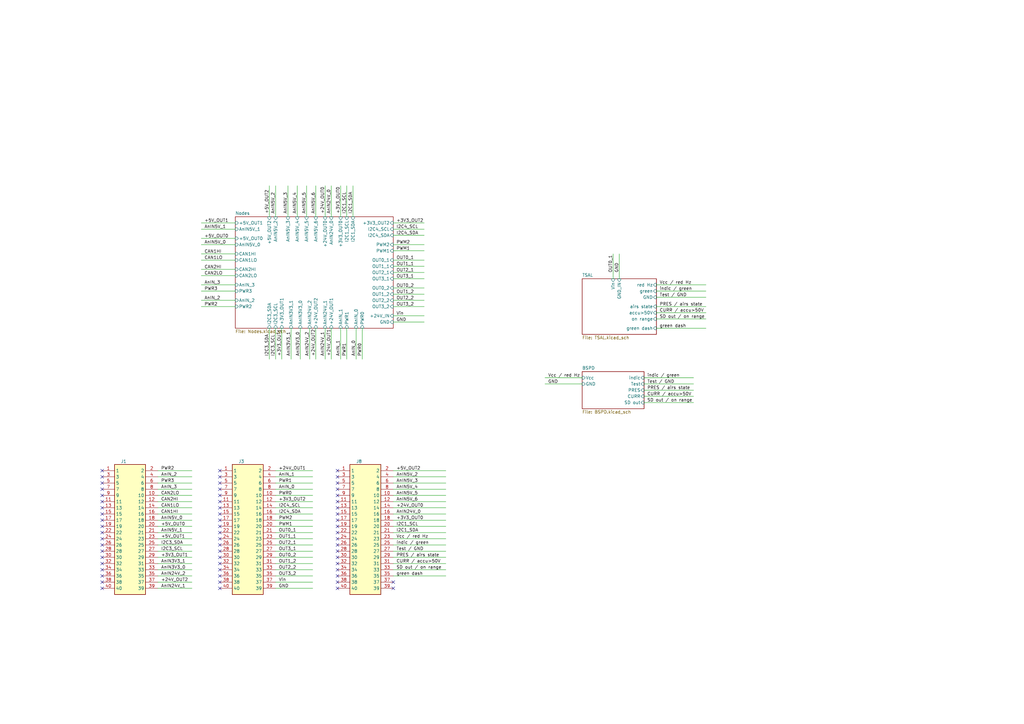
<source format=kicad_sch>
(kicad_sch (version 20231120) (generator "eeschema") (generator_version "8.0")
  (paper "A3")
  (lib_symbols
    (symbol "1706013:1706013"
      (property "Reference" "J" (at 19.05 7.62 0))
      (property "Value" "1706013" (at 19.05 5.08 0))
      (symbol "1706013_1_1"
        (rectangle (start 5.08 2.54) (end 17.78 -50.8) (stroke (width 0.254)) (fill (type background)))
        (pin passive line (at 0 0 0) (length 5.08) (name "1") (number "1"))
        (pin passive line (at 22.86 -10.16 180) (length 5.08) (name "10") (number "10"))
        (pin passive line (at 0 -12.7 0) (length 5.08) (name "11") (number "11"))
        (pin passive line (at 22.86 -12.7 180) (length 5.08) (name "12") (number "12"))
        (pin passive line (at 0 -15.24 0) (length 5.08) (name "13") (number "13"))
        (pin passive line (at 22.86 -15.24 180) (length 5.08) (name "14") (number "14"))
        (pin passive line (at 0 -17.78 0) (length 5.08) (name "15") (number "15"))
        (pin passive line (at 22.86 -17.78 180) (length 5.08) (name "16") (number "16"))
        (pin passive line (at 0 -20.32 0) (length 5.08) (name "17") (number "17"))
        (pin passive line (at 22.86 -20.32 180) (length 5.08) (name "18") (number "18"))
        (pin passive line (at 0 -22.86 0) (length 5.08) (name "19") (number "19"))
        (pin passive line (at 22.86 0 180) (length 5.08) (name "2") (number "2"))
        (pin passive line (at 22.86 -22.86 180) (length 5.08) (name "20") (number "20"))
        (pin passive line (at 22.86 -25.4 180) (length 5.08) (name "21") (number "21"))
        (pin passive line (at 0 -25.4 0) (length 5.08) (name "22") (number "22"))
        (pin passive line (at 22.86 -27.94 180) (length 5.08) (name "23") (number "23"))
        (pin passive line (at 0 -27.94 0) (length 5.08) (name "24") (number "24"))
        (pin passive line (at 22.86 -30.48 180) (length 5.08) (name "25") (number "25"))
        (pin passive line (at 0 -30.48 0) (length 5.08) (name "26") (number "26"))
        (pin passive line (at 22.86 -33.02 180) (length 5.08) (name "27") (number "27"))
        (pin passive line (at 0 -33.02 0) (length 5.08) (name "28") (number "28"))
        (pin passive line (at 22.86 -35.56 180) (length 5.08) (name "29") (number "29"))
        (pin passive line (at 0 -2.54 0) (length 5.08) (name "3") (number "3"))
        (pin passive line (at 0 -35.56 0) (length 5.08) (name "30") (number "30"))
        (pin passive line (at 22.86 -38.1 180) (length 5.08) (name "31") (number "31"))
        (pin passive line (at 0 -38.1 0) (length 5.08) (name "32") (number "32"))
        (pin passive line (at 22.86 -40.64 180) (length 5.08) (name "33") (number "33"))
        (pin passive line (at 0 -40.64 0) (length 5.08) (name "34") (number "34"))
        (pin passive line (at 22.86 -43.18 180) (length 5.08) (name "35") (number "35"))
        (pin passive line (at 0 -43.18 0) (length 5.08) (name "36") (number "36"))
        (pin passive line (at 22.86 -45.72 180) (length 5.08) (name "37") (number "37"))
        (pin passive line (at 0 -45.72 0) (length 5.08) (name "38") (number "38"))
        (pin passive line (at 22.86 -48.26 180) (length 5.08) (name "39") (number "39"))
        (pin passive line (at 22.86 -2.54 180) (length 5.08) (name "4") (number "4"))
        (pin passive line (at 0 -48.26 0) (length 5.08) (name "40") (number "40"))
        (pin passive line (at 0 -5.08 0) (length 5.08) (name "5") (number "5"))
        (pin passive line (at 22.86 -5.08 180) (length 5.08) (name "6") (number "6"))
        (pin passive line (at 0 -7.62 0) (length 5.08) (name "7") (number "7"))
        (pin passive line (at 22.86 -7.62 180) (length 5.08) (name "8") (number "8"))
        (pin passive line (at 0 -10.16 0) (length 5.08) (name "9") (number "9"))
      )
    )
  )
  (no_connect (at 138.43 205.74))
  (no_connect (at 90.17 200.66))
  (no_connect (at 90.17 210.82))
  (no_connect (at 90.17 228.6))
  (no_connect (at 138.43 236.22))
  (no_connect (at 90.17 236.22))
  (no_connect (at 41.91 213.36))
  (no_connect (at 138.43 213.36))
  (no_connect (at 41.91 210.82))
  (no_connect (at 138.43 231.14))
  (no_connect (at 41.91 238.76))
  (no_connect (at 41.91 208.28))
  (no_connect (at 138.43 223.52))
  (no_connect (at 138.43 226.06))
  (no_connect (at 138.43 238.76))
  (no_connect (at 138.43 233.68))
  (no_connect (at 138.43 203.2))
  (no_connect (at 41.91 233.68))
  (no_connect (at 41.91 193.04))
  (no_connect (at 138.43 210.82))
  (no_connect (at 138.43 200.66))
  (no_connect (at 41.91 200.66))
  (no_connect (at 41.91 205.74))
  (no_connect (at 90.17 195.58))
  (no_connect (at 90.17 223.52))
  (no_connect (at 41.91 236.22))
  (no_connect (at 138.43 215.9))
  (no_connect (at 90.17 203.2))
  (no_connect (at 90.17 205.74))
  (no_connect (at 41.91 215.9))
  (no_connect (at 41.91 218.44))
  (no_connect (at 90.17 231.14))
  (no_connect (at 138.43 193.04))
  (no_connect (at 90.17 226.06))
  (no_connect (at 138.43 220.98))
  (no_connect (at 41.91 220.98))
  (no_connect (at 41.91 228.6))
  (no_connect (at 138.43 228.6))
  (no_connect (at 41.91 203.2))
  (no_connect (at 90.17 208.28))
  (no_connect (at 41.91 241.3))
  (no_connect (at 161.29 238.76))
  (no_connect (at 138.43 241.3))
  (no_connect (at 138.43 198.12))
  (no_connect (at 41.91 231.14))
  (no_connect (at 41.91 226.06))
  (no_connect (at 41.91 195.58))
  (no_connect (at 41.91 223.52))
  (no_connect (at 90.17 220.98))
  (no_connect (at 90.17 215.9))
  (no_connect (at 41.91 198.12))
  (no_connect (at 90.17 233.68))
  (no_connect (at 90.17 241.3))
  (no_connect (at 90.17 213.36))
  (no_connect (at 138.43 195.58))
  (no_connect (at 90.17 238.76))
  (no_connect (at 138.43 208.28))
  (no_connect (at 138.43 218.44))
  (no_connect (at 161.29 241.3))
  (no_connect (at 90.17 198.12))
  (no_connect (at 90.17 218.44))
  (no_connect (at 90.17 193.04))
  (wire (pts (xy 113.03 223.52) (xy 128.27 223.52)))
  (wire (pts (xy 161.29 208.28) (xy 182.88 208.28)))
  (wire (pts (xy 82.55 110.49) (xy 96.52 110.49)))
  (wire (pts (xy 264.16 165.1) (xy 284.48 165.1)))
  (wire (pts (xy 254 104.14) (xy 254 114.3)))
  (wire (pts (xy 82.55 116.84) (xy 96.52 116.84)))
  (wire (pts (xy 82.55 119.38) (xy 96.52 119.38)))
  (wire (pts (xy 115.57 134.62) (xy 115.57 147.32)))
  (wire (pts (xy 161.29 102.87) (xy 173.99 102.87)))
  (wire (pts (xy 161.29 223.52) (xy 182.88 223.52)))
  (wire (pts (xy 161.29 231.14) (xy 182.88 231.14)))
  (wire (pts (xy 113.03 228.6) (xy 128.27 228.6)))
  (wire (pts (xy 82.55 104.14) (xy 96.52 104.14)))
  (wire (pts (xy 113.03 198.12) (xy 128.27 198.12)))
  (wire (pts (xy 110.49 134.62) (xy 110.49 147.32)))
  (wire (pts (xy 64.77 226.06) (xy 78.74 226.06)))
  (wire (pts (xy 223.52 154.94) (xy 238.76 154.94)))
  (wire (pts (xy 161.29 195.58) (xy 182.88 195.58)))
  (wire (pts (xy 133.35 134.62) (xy 133.35 147.32)))
  (wire (pts (xy 129.54 76.2) (xy 129.54 88.9)))
  (wire (pts (xy 82.55 91.44) (xy 96.52 91.44)))
  (wire (pts (xy 64.77 236.22) (xy 78.74 236.22)))
  (wire (pts (xy 269.24 130.81) (xy 289.56 130.81)))
  (wire (pts (xy 113.03 213.36) (xy 128.27 213.36)))
  (wire (pts (xy 64.77 210.82) (xy 78.74 210.82)))
  (wire (pts (xy 142.24 76.2) (xy 142.24 88.9)))
  (wire (pts (xy 110.49 76.2) (xy 110.49 88.9)))
  (wire (pts (xy 161.29 123.19) (xy 173.99 123.19)))
  (wire (pts (xy 161.29 233.68) (xy 182.88 233.68)))
  (wire (pts (xy 113.03 210.82) (xy 128.27 210.82)))
  (wire (pts (xy 113.03 220.98) (xy 128.27 220.98)))
  (wire (pts (xy 161.29 129.54) (xy 173.99 129.54)))
  (wire (pts (xy 64.77 228.6) (xy 78.74 228.6)))
  (wire (pts (xy 161.29 109.22) (xy 173.99 109.22)))
  (wire (pts (xy 64.77 205.74) (xy 78.74 205.74)))
  (wire (pts (xy 113.03 195.58) (xy 128.27 195.58)))
  (wire (pts (xy 135.89 76.2) (xy 135.89 88.9)))
  (wire (pts (xy 139.7 134.62) (xy 139.7 147.32)))
  (wire (pts (xy 161.29 200.66) (xy 182.88 200.66)))
  (wire (pts (xy 113.03 193.04) (xy 128.27 193.04)))
  (wire (pts (xy 82.55 93.98) (xy 96.52 93.98)))
  (wire (pts (xy 161.29 220.98) (xy 182.88 220.98)))
  (wire (pts (xy 64.77 218.44) (xy 78.74 218.44)))
  (wire (pts (xy 113.03 218.44) (xy 128.27 218.44)))
  (wire (pts (xy 161.29 228.6) (xy 182.88 228.6)))
  (wire (pts (xy 135.89 134.62) (xy 135.89 147.32)))
  (wire (pts (xy 64.77 215.9) (xy 78.74 215.9)))
  (wire (pts (xy 82.55 123.19) (xy 96.52 123.19)))
  (wire (pts (xy 269.24 125.73) (xy 289.56 125.73)))
  (wire (pts (xy 161.29 236.22) (xy 182.88 236.22)))
  (wire (pts (xy 118.11 76.2) (xy 118.11 88.9)))
  (wire (pts (xy 113.03 233.68) (xy 128.27 233.68)))
  (wire (pts (xy 264.16 160.02) (xy 284.48 160.02)))
  (wire (pts (xy 133.35 76.2) (xy 133.35 88.9)))
  (wire (pts (xy 113.03 134.62) (xy 113.03 147.32)))
  (wire (pts (xy 161.29 198.12) (xy 182.88 198.12)))
  (wire (pts (xy 127 134.62) (xy 127 147.32)))
  (wire (pts (xy 129.54 134.62) (xy 129.54 147.32)))
  (wire (pts (xy 139.7 76.2) (xy 139.7 88.9)))
  (wire (pts (xy 161.29 218.44) (xy 182.88 218.44)))
  (wire (pts (xy 264.16 157.48) (xy 284.48 157.48)))
  (wire (pts (xy 161.29 215.9) (xy 182.88 215.9)))
  (wire (pts (xy 82.55 125.73) (xy 96.52 125.73)))
  (wire (pts (xy 161.29 96.52) (xy 173.99 96.52)))
  (wire (pts (xy 269.24 116.84) (xy 289.56 116.84)))
  (wire (pts (xy 269.24 134.62) (xy 289.56 134.62)))
  (wire (pts (xy 64.77 220.98) (xy 78.74 220.98)))
  (wire (pts (xy 113.03 200.66) (xy 128.27 200.66)))
  (wire (pts (xy 64.77 238.76) (xy 78.74 238.76)))
  (wire (pts (xy 161.29 118.11) (xy 173.99 118.11)))
  (wire (pts (xy 113.03 231.14) (xy 128.27 231.14)))
  (wire (pts (xy 269.24 121.92) (xy 289.56 121.92)))
  (wire (pts (xy 113.03 203.2) (xy 128.27 203.2)))
  (wire (pts (xy 64.77 193.04) (xy 78.74 193.04)))
  (wire (pts (xy 64.77 195.58) (xy 78.74 195.58)))
  (wire (pts (xy 161.29 100.33) (xy 173.99 100.33)))
  (wire (pts (xy 161.29 91.44) (xy 173.99 91.44)))
  (wire (pts (xy 161.29 213.36) (xy 182.88 213.36)))
  (wire (pts (xy 269.24 128.27) (xy 289.56 128.27)))
  (wire (pts (xy 123.19 134.62) (xy 123.19 147.32)))
  (wire (pts (xy 144.78 76.2) (xy 144.78 88.9)))
  (wire (pts (xy 64.77 200.66) (xy 78.74 200.66)))
  (wire (pts (xy 113.03 205.74) (xy 128.27 205.74)))
  (wire (pts (xy 82.55 100.33) (xy 96.52 100.33)))
  (wire (pts (xy 64.77 203.2) (xy 78.74 203.2)))
  (wire (pts (xy 161.29 193.04) (xy 182.88 193.04)))
  (wire (pts (xy 251.46 104.14) (xy 251.46 114.3)))
  (wire (pts (xy 82.55 113.03) (xy 96.52 113.03)))
  (wire (pts (xy 113.03 208.28) (xy 128.27 208.28)))
  (wire (pts (xy 269.24 119.38) (xy 289.56 119.38)))
  (wire (pts (xy 161.29 120.65) (xy 173.99 120.65)))
  (wire (pts (xy 264.16 162.56) (xy 284.48 162.56)))
  (wire (pts (xy 161.29 132.08) (xy 173.99 132.08)))
  (wire (pts (xy 64.77 208.28) (xy 78.74 208.28)))
  (wire (pts (xy 64.77 223.52) (xy 78.74 223.52)))
  (wire (pts (xy 223.52 157.48) (xy 238.76 157.48)))
  (wire (pts (xy 64.77 198.12) (xy 78.74 198.12)))
  (wire (pts (xy 64.77 213.36) (xy 78.74 213.36)))
  (wire (pts (xy 148.59 134.62) (xy 148.59 147.32)))
  (wire (pts (xy 82.55 106.68) (xy 96.52 106.68)))
  (wire (pts (xy 161.29 114.3) (xy 173.99 114.3)))
  (wire (pts (xy 64.77 231.14) (xy 78.74 231.14)))
  (wire (pts (xy 146.05 134.62) (xy 146.05 147.32)))
  (wire (pts (xy 119.38 134.62) (xy 119.38 147.32)))
  (wire (pts (xy 125.73 76.2) (xy 125.73 88.9)))
  (wire (pts (xy 113.03 241.3) (xy 128.27 241.3)))
  (wire (pts (xy 113.03 236.22) (xy 128.27 236.22)))
  (wire (pts (xy 161.29 205.74) (xy 182.88 205.74)))
  (wire (pts (xy 113.03 215.9) (xy 128.27 215.9)))
  (wire (pts (xy 113.03 226.06) (xy 128.27 226.06)))
  (wire (pts (xy 161.29 106.68) (xy 173.99 106.68)))
  (wire (pts (xy 121.92 76.2) (xy 121.92 88.9)))
  (wire (pts (xy 113.03 76.2) (xy 113.03 88.9)))
  (wire (pts (xy 142.24 134.62) (xy 142.24 147.32)))
  (wire (pts (xy 82.55 97.79) (xy 96.52 97.79)))
  (wire (pts (xy 113.03 238.76) (xy 128.27 238.76)))
  (wire (pts (xy 161.29 93.98) (xy 173.99 93.98)))
  (wire (pts (xy 161.29 111.76) (xy 173.99 111.76)))
  (wire (pts (xy 161.29 203.2) (xy 182.88 203.2)))
  (wire (pts (xy 161.29 125.73) (xy 173.99 125.73)))
  (wire (pts (xy 264.16 154.94) (xy 284.48 154.94)))
  (wire (pts (xy 161.29 226.06) (xy 182.88 226.06)))
  (wire (pts (xy 64.77 241.3) (xy 78.74 241.3)))
  (wire (pts (xy 64.77 233.68) (xy 78.74 233.68)))
  (wire (pts (xy 161.29 210.82) (xy 182.88 210.82)))
  (label "I2C4_SCL" (at 114.3 208.28 0))
  (label "Vin" (at 162.56 129.54 0))
  (label "AnIN3V3_1" (at 66.04 231.14 0))
  (label "CAN1LO" (at 66.04 208.28 0))
  (label "+5V_OUT2" (at 162.56 193.04 0))
  (label "CAN2LO" (at 83.82 113.03 0))
  (label "+24V_OUT2" (at 66.04 238.76 0))
  (label "OUT2_1" (at 162.56 111.76 0))
  (label "OUT3_2" (at 162.56 125.73 0))
  (label "+5V_OUT1" (at 66.04 220.98 0))
  (label "I2C4_SDA" (at 114.3 210.82 0))
  (label "PWR1" (at 142.24 146.05 90))
  (label "SD out {slash} on range" (at 162.56 233.68 0))
  (label "GND" (at 114.3 241.3 0))
  (label "+5V_OUT0" (at 66.04 215.9 0))
  (label "AnIN5V_6" (at 162.56 205.74 0))
  (label "PWR0" (at 114.3 203.2 0))
  (label "+5V_OUT1" (at 83.82 91.44 0))
  (label "PWR3" (at 83.82 119.38 0))
  (label "AnIN5V_1" (at 66.04 218.44 0))
  (label "SD out {slash} on range" (at 265.43 165.1 0))
  (label "OUT2_1" (at 114.3 223.52 0))
  (label "+24V_OUT0" (at 162.56 208.28 0))
  (label "+5V_OUT2" (at 110.49 87.63 90))
  (label "green dash" (at 270.51 134.62 0))
  (label "CAN2LO" (at 66.04 203.2 0))
  (label "OUT3_2" (at 114.3 236.22 0))
  (label "AnIN24V_0" (at 162.56 210.82 0))
  (label "AnIN5V_5" (at 162.56 203.2 0))
  (label "I2C4_SCL" (at 162.56 93.98 0))
  (label "indic {slash} green" (at 162.56 223.52 0))
  (label "PWR0" (at 148.59 146.05 90))
  (label "green dash" (at 162.56 236.22 0))
  (label "AnIN5V_3" (at 118.11 87.63 90))
  (label "OUT1_1" (at 114.3 220.98 0))
  (label "AnIN_2" (at 83.82 123.19 0))
  (label "Test {slash} GND" (at 270.51 121.92 0))
  (label "AnIN5V_0" (at 83.82 100.33 0))
  (label "Vcc {slash} red Hz" (at 270.51 116.84 0))
  (label "I2C1_SCL" (at 142.24 87.63 90))
  (label "+3V3_OUT1" (at 66.04 228.6 0))
  (label "PRES {slash} airs state" (at 265.43 160.02 0))
  (label "+24V_OUT1" (at 135.89 146.05 90))
  (label "+3V3_OUT2" (at 114.3 205.74 0))
  (label "AnIN_1" (at 114.3 195.58 0))
  (label "CAN2HI" (at 66.04 205.74 0))
  (label "AnIN5V_4" (at 121.92 87.63 90))
  (label "AnIN_3" (at 83.82 116.84 0))
  (label "CAN2HI" (at 83.82 110.49 0))
  (label "OUT0_2" (at 114.3 228.6 0))
  (label "PRES {slash} airs state" (at 270.51 125.73 0))
  (label "PWM2" (at 162.56 100.33 0))
  (label "CURR {slash} accu>50V" (at 270.51 128.27 0))
  (label "+24V_OUT1" (at 114.3 193.04 0))
  (label "PWR1" (at 114.3 198.12 0))
  (label "AnIN5V_3" (at 162.56 198.12 0))
  (label "OUT0_1" (at 162.56 106.68 0))
  (label "AnIN_0" (at 146.05 146.05 90))
  (label "AnIN24V_2" (at 127 146.05 90))
  (label "I2C3_SCL" (at 66.04 226.06 0))
  (label "CAN1LO" (at 83.82 106.68 0))
  (label "AnIN_0" (at 114.3 200.66 0))
  (label "AnIN5V_0" (at 66.04 213.36 0))
  (label "CAN1HI" (at 83.82 104.14 0))
  (label "CAN1HI" (at 66.04 210.82 0))
  (label "PWR2" (at 83.82 125.73 0))
  (label "Test {slash} GND" (at 162.56 226.06 0))
  (label "PWR2" (at 66.04 193.04 0))
  (label "AnIN3V3_1" (at 119.38 146.05 90))
  (label "indic {slash} green" (at 270.51 119.38 0))
  (label "OUT0_2" (at 162.56 118.11 0))
  (label "OUT1_1" (at 162.56 109.22 0))
  (label "AnIN5V_5" (at 125.73 87.63 90))
  (label "OUT3_1" (at 162.56 114.3 0))
  (label "AnIN3V3_0" (at 123.19 146.05 90))
  (label "GND" (at 162.56 132.08 0))
  (label "PWM1" (at 162.56 102.87 0))
  (label "AnIN5V_2" (at 162.56 195.58 0))
  (label "I2C3_SDA" (at 110.49 146.05 90))
  (label "I2C3_SDA" (at 66.04 223.52 0))
  (label "PWM2" (at 114.3 213.36 0))
  (label "AnIN_1" (at 139.7 146.05 90))
  (label "CURR {slash} accu>50V" (at 162.56 231.14 0))
  (label "+3V3_OUT1" (at 115.57 146.05 90))
  (label "AnIN24V_1" (at 66.04 241.3 0))
  (label "Vcc {slash} red Hz" (at 224.79 154.94 0))
  (label "AnIN24V_0" (at 135.89 87.63 90))
  (label "PWR3" (at 66.04 198.12 0))
  (label "+3V3_OUT0" (at 139.7 87.63 90))
  (label "CURR {slash} accu>50V" (at 265.43 162.56 0))
  (label "indic {slash} green" (at 265.43 154.94 0))
  (label "OUT3_1" (at 114.3 226.06 0))
  (label "+5V_OUT0" (at 83.82 97.79 0))
  (label "OUT1_2" (at 114.3 231.14 0))
  (label "+24V_OUT0" (at 133.35 87.63 90))
  (label "AnIN_2" (at 66.04 195.58 0))
  (label "GND" (at 254 111.76 90))
  (label "I2C1_SDA" (at 144.78 87.63 90))
  (label "Vin" (at 114.3 238.76 0))
  (label "AnIN3V3_0" (at 66.04 233.68 0))
  (label "AnIN5V_2" (at 113.03 87.63 90))
  (label "+3V3_OUT0" (at 162.56 213.36 0))
  (label "OUT1_2" (at 162.56 120.65 0))
  (label "AnIN5V_1" (at 83.82 93.98 0))
  (label "OUT0_1" (at 114.3 218.44 0))
  (label "+24V_OUT2" (at 129.54 146.05 90))
  (label "AnIN5V_6" (at 129.54 87.63 90))
  (label "Vcc {slash} red Hz" (at 162.56 220.98 0))
  (label "I2C1_SCL" (at 162.56 215.9 0))
  (label "SD out {slash} on range" (at 270.51 130.81 0))
  (label "OUT2_2" (at 162.56 123.19 0))
  (label "Test {slash} GND" (at 265.43 157.48 0))
  (label "I2C3_SCL" (at 113.03 146.05 90))
  (label "I2C1_SDA" (at 162.56 218.44 0))
  (label "AnIN_3" (at 66.04 200.66 0))
  (label "OUT2_2" (at 114.3 233.68 0))
  (label "PWM1" (at 114.3 215.9 0))
  (label "GND" (at 224.79 157.48 0))
  (label "AnIN24V_1" (at 133.35 146.05 90))
  (label "OUT0_1" (at 251.46 111.76 90))
  (label "PRES {slash} airs state" (at 162.56 228.6 0))
  (label "+3V3_OUT2" (at 162.56 91.44 0))
  (label "AnIN5V_4" (at 162.56 200.66 0))
  (label "AnIN24V_2" (at 66.04 236.22 0))
  (label "I2C4_SDA" (at 162.56 96.52 0))
  (symbol (lib_id "1706013:1706013") (at 41.91 193.04 0) (unit 1)
    (property "Reference" "J1" (at 49.53 189.23 0) (effects (justify left)))
    (property "Value" "1706013" (effects (hide yes)))
    (property "Footprint" "Connector_Phoenix_SPT:1706013" (effects (hide yes)))
    (property "Description" "PCB terminal block, nominal current: 6 A 160 V number of potentials: 20 pitch: 2.54 mm" (effects (hide yes)))
    (property "Height" "12.6" (effects (hide yes)))
    (property "Manufacturer_Name" "Phoenix Contact" (effects (hide yes)))
    (property "Manufacturer_Part_Number" "1706013" (effects (hide yes)))
    (property "Mouser Part Number" "651-1706013" (effects (hide yes)))
    (property "Mouser Price/Stock" "https://www.mouser.com/Search/Refine.aspx?Keyword=651-1706013" (effects (hide yes)))
  )
  (symbol (lib_id "1706013:1706013") (at 138.43 193.04 0) (unit 1)
    (property "Reference" "J8" (at 146.05 189.23 0) (effects (justify left)))
    (property "Value" "1706013" (effects (hide yes)))
    (property "Footprint" "Connector_Phoenix_SPT:1706013" (effects (hide yes)))
    (property "Description" "PCB terminal block, nominal current: 6 A 160 V number of potentials: 20 pitch: 2.54 mm" (effects (hide yes)))
    (property "Height" "12.6" (effects (hide yes)))
    (property "Manufacturer_Name" "Phoenix Contact" (effects (hide yes)))
    (property "Manufacturer_Part_Number" "1706013" (effects (hide yes)))
    (property "Mouser Part Number" "651-1706013" (effects (hide yes)))
    (property "Mouser Price/Stock" "https://www.mouser.com/Search/Refine.aspx?Keyword=651-1706013" (effects (hide yes)))
  )
  (symbol (lib_id "1706013:1706013") (at 90.17 193.04 0) (unit 1)
    (property "Reference" "J3" (at 97.79 189.23 0) (effects (justify left)))
    (property "Value" "1706013" (effects (hide yes)))
    (property "Footprint" "Connector_Phoenix_SPT:1706013" (effects (hide yes)))
    (property "Description" "PCB terminal block, nominal current: 6 A 160 V number of potentials: 20 pitch: 2.54 mm" (effects (hide yes)))
    (property "Height" "12.6" (effects (hide yes)))
    (property "Manufacturer_Name" "Phoenix Contact" (effects (hide yes)))
    (property "Manufacturer_Part_Number" "1706013" (effects (hide yes)))
    (property "Mouser Part Number" "651-1706013" (effects (hide yes)))
    (property "Mouser Price/Stock" "https://www.mouser.com/Search/Refine.aspx?Keyword=651-1706013" (effects (hide yes)))
  )
  (sheet (at 96.52 88.9) (size 64.77 45.72) (stroke (width 0.1524))
    (property "Sheetname" "Nodes" (at 96.52 88.1884 0) (effects (justify left bottom)))
    (property "Sheetfile" "Nodes.kicad_sch" (at 96.52 135.2046 0) (effects (justify left top)))
    (pin "AnIN_3" input (at 96.52 116.84 180))
    (pin "PWR3" input (at 96.52 119.38 180))
    (pin "PWR2" input (at 96.52 125.73 180))
    (pin "AnIN_2" input (at 96.52 123.19 180))
    (pin "GND" input (at 161.29 132.08 0))
    (pin "AnIN5V_1" input (at 96.52 93.98 180))
    (pin "+5V_OUT0" input (at 96.52 97.79 180))
    (pin "+5V_OUT1" input (at 96.52 91.44 180))
    (pin "AnIN5V_0" input (at 96.52 100.33 180))
    (pin "CAN1HI" input (at 96.52 104.14 180))
    (pin "CAN2HI" input (at 96.52 110.49 180))
    (pin "CAN1LO" input (at 96.52 106.68 180))
    (pin "CAN2LO" input (at 96.52 113.03 180))
    (pin "AnIN5V_3" input (at 118.11 88.9 90))
    (pin "AnIN5V_2" input (at 113.03 88.9 90))
    (pin "+5V_OUT2" input (at 110.49 88.9 90))
    (pin "AnIN5V_4" input (at 121.92 88.9 90))
    (pin "AnIN5V_6" input (at 129.54 88.9 90))
    (pin "AnIN24V_0" input (at 135.89 88.9 90))
    (pin "+24V_OUT0" input (at 133.35 88.9 90))
    (pin "+3V3_OUT0" input (at 139.7 88.9 90))
    (pin "I2C1_SCL" input (at 142.24 88.9 90))
    (pin "AnIN5V_5" input (at 125.73 88.9 90))
    (pin "I2C1_SDA" input (at 144.78 88.9 90))
    (pin "PWM1" input (at 161.29 102.87 0))
    (pin "OUT0_1" input (at 161.29 106.68 0))
    (pin "OUT2_1" input (at 161.29 111.76 0))
    (pin "OUT1_1" input (at 161.29 109.22 0))
    (pin "OUT3_1" input (at 161.29 114.3 0))
    (pin "OUT1_2" input (at 161.29 120.65 0))
    (pin "OUT3_2" input (at 161.29 125.73 0))
    (pin "OUT2_2" input (at 161.29 123.19 0))
    (pin "+24V_IN" input (at 161.29 129.54 0))
    (pin "OUT0_2" input (at 161.29 118.11 0))
    (pin "I2C4_SDA" input (at 161.29 96.52 0))
    (pin "I2C4_SCL" input (at 161.29 93.98 0))
    (pin "PWM2" input (at 161.29 100.33 0))
    (pin "+3V3_OUT2" input (at 161.29 91.44 0))
    (pin "AnIN_0" input (at 146.05 134.62 270))
    (pin "PWR1" input (at 142.24 134.62 270))
    (pin "AnIN_1" input (at 139.7 134.62 270))
    (pin "PWR0" input (at 148.59 134.62 270))
    (pin "+3V3_OUT1" input (at 115.57 134.62 270))
    (pin "I2C3_SCL" input (at 113.03 134.62 270))
    (pin "I2C3_SDA" input (at 110.49 134.62 270))
    (pin "AnIN3V3_0" input (at 123.19 134.62 270))
    (pin "AnIN3V3_1" input (at 119.38 134.62 270))
    (pin "+24V_OUT1" input (at 135.89 134.62 270))
    (pin "+24V_OUT2" input (at 129.54 134.62 270))
    (pin "AnIN24V_1" input (at 133.35 134.62 270))
    (pin "AnIN24V_2" input (at 127 134.62 270))
  )
  (sheet (at 238.76 152.4) (size 25.4 15.24) (stroke (width 0.1524))
    (property "Sheetname" "BSPD" (at 238.76 151.6884 0) (effects (justify left bottom)))
    (property "Sheetfile" "BSPD.kicad_sch" (at 238.76 168.2246 0) (effects (justify left top)))
    (pin "indic" input (at 264.16 154.94 0))
    (pin "Test" input (at 264.16 157.48 0))
    (pin "PRES" input (at 264.16 160.02 0))
    (pin "CURR" input (at 264.16 162.56 0))
    (pin "SD out" input (at 264.16 165.1 0))
    (pin "Vcc" input (at 238.76 154.94 180))
    (pin "GND" input (at 238.76 157.48 180))
  )
  (sheet (at 238.76 114.3) (size 30.48 22.86) (stroke (width 0.1524))
    (property "Sheetname" "TSAL" (at 238.76 113.5884 0) (effects (justify left bottom)))
    (property "Sheetfile" "TSAL.kicad_sch" (at 238.76 137.7446 0) (effects (justify left top)))
    (pin "green dash" input (at 269.24 134.62 0))
    (pin "Vin" input (at 251.46 114.3 90))
    (pin "GND_IN" input (at 254 114.3 90))
    (pin "green" input (at 269.24 119.38 0))
    (pin "GND" input (at 269.24 121.92 0))
    (pin "red Hz" input (at 269.24 116.84 0))
    (pin "airs state" input (at 269.24 125.73 0))
    (pin "on range" input (at 269.24 130.81 0))
    (pin "accu>50V" input (at 269.24 128.27 0))
  )
)
</source>
